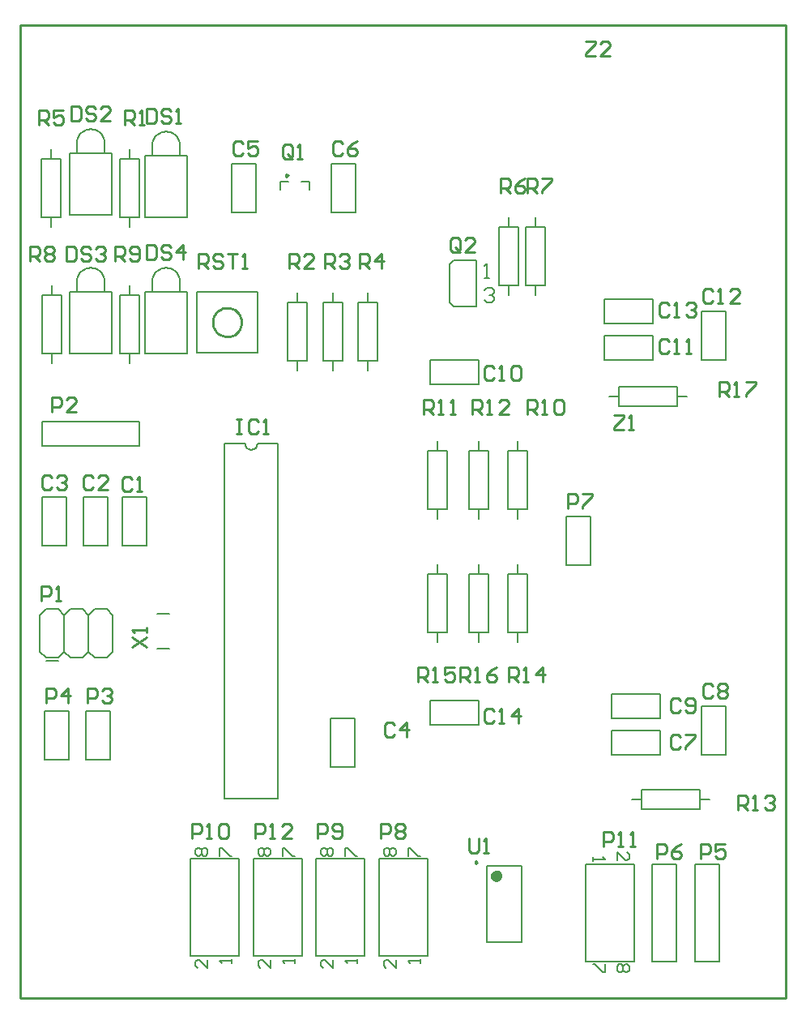
<source format=gto>
G04*
G04 #@! TF.GenerationSoftware,Altium Limited,Altium Designer,20.0.10 (225)*
G04*
G04 Layer_Color=65535*
%FSLAX24Y24*%
%MOIN*%
G70*
G01*
G75*
%ADD10C,0.0098*%
%ADD11C,0.0050*%
%ADD12C,0.0100*%
%ADD13C,0.0236*%
%ADD14C,0.0079*%
%ADD15C,0.0080*%
%ADD16C,0.0059*%
D10*
X11015Y33832D02*
X10941Y33874D01*
Y33789D01*
X11015Y33832D01*
X18799Y5591D02*
X18725Y5633D01*
Y5548D01*
X18799Y5591D01*
D11*
X6571Y35065D02*
X6562Y35164D01*
X6536Y35261D01*
X6494Y35351D01*
X6437Y35432D01*
X6367Y35503D01*
X6285Y35560D01*
X6195Y35602D01*
X6099Y35628D01*
X6000Y35636D01*
X5901Y35628D01*
X5805Y35602D01*
X5715Y35560D01*
X5633Y35503D01*
X5563Y35432D01*
X5506Y35351D01*
X5464Y35261D01*
X5438Y35164D01*
X5429Y35065D01*
X9250Y22800D02*
X9269Y22704D01*
X9323Y22623D01*
X9404Y22569D01*
X9500Y22550D01*
X9596Y22569D01*
X9677Y22623D01*
X9731Y22704D01*
X9750Y22800D01*
X3471Y35165D02*
X3462Y35264D01*
X3436Y35361D01*
X3394Y35451D01*
X3337Y35532D01*
X3267Y35603D01*
X3185Y35660D01*
X3095Y35702D01*
X2999Y35728D01*
X2900Y35736D01*
X2801Y35728D01*
X2705Y35702D01*
X2615Y35660D01*
X2533Y35603D01*
X2463Y35532D01*
X2406Y35451D01*
X2364Y35361D01*
X2338Y35264D01*
X2329Y35165D01*
X6571Y29465D02*
X6562Y29564D01*
X6536Y29661D01*
X6494Y29751D01*
X6437Y29832D01*
X6367Y29903D01*
X6285Y29960D01*
X6195Y30002D01*
X6099Y30028D01*
X6000Y30036D01*
X5901Y30028D01*
X5805Y30002D01*
X5715Y29960D01*
X5633Y29903D01*
X5563Y29832D01*
X5506Y29751D01*
X5464Y29661D01*
X5438Y29564D01*
X5429Y29465D01*
X3471D02*
X3462Y29564D01*
X3436Y29661D01*
X3394Y29751D01*
X3337Y29832D01*
X3267Y29903D01*
X3185Y29960D01*
X3095Y30002D01*
X2999Y30028D01*
X2900Y30036D01*
X2801Y30028D01*
X2705Y30002D01*
X2615Y29960D01*
X2533Y29903D01*
X2463Y29832D01*
X2406Y29751D01*
X2364Y29661D01*
X2338Y29564D01*
X2329Y29465D01*
X5134Y32113D02*
X6866D01*
X5134D02*
Y34632D01*
X6866D01*
Y32113D02*
Y34632D01*
X5429D02*
Y35065D01*
X6571Y34632D02*
Y35065D01*
X8400Y8200D02*
X10600D01*
Y22800D01*
X9750D02*
X10600D01*
X8400Y8200D02*
Y22800D01*
X9250D01*
X2034Y32213D02*
X3766D01*
X2034D02*
Y34732D01*
X3766D01*
Y32213D02*
Y34732D01*
X2329D02*
Y35165D01*
X3471Y34732D02*
Y35165D01*
X5134Y26513D02*
X6866D01*
X5134D02*
Y29032D01*
X6866D01*
Y26513D02*
Y29032D01*
X5429D02*
Y29465D01*
X6571Y29032D02*
Y29465D01*
X2034Y26513D02*
X3766D01*
X2034D02*
Y29032D01*
X3766D01*
Y26513D02*
Y29032D01*
X2329D02*
Y29465D01*
X3471Y29032D02*
Y29465D01*
D12*
X9091Y27800D02*
X9082Y27900D01*
X9057Y27997D01*
X9016Y28088D01*
X8959Y28171D01*
X8890Y28243D01*
X8810Y28303D01*
X8720Y28348D01*
X8624Y28377D01*
X8525Y28390D01*
X8425Y28386D01*
X8327Y28365D01*
X8234Y28327D01*
X8149Y28275D01*
X8074Y28209D01*
X8011Y28131D01*
X7962Y28043D01*
X7929Y27949D01*
X7912Y27850D01*
Y27750D01*
X7929Y27651D01*
X7962Y27557D01*
X8011Y27469D01*
X8074Y27391D01*
X8149Y27325D01*
X8234Y27273D01*
X8327Y27235D01*
X8425Y27214D01*
X8525Y27210D01*
X8624Y27223D01*
X8720Y27252D01*
X8810Y27297D01*
X8890Y27357D01*
X8959Y27429D01*
X9016Y27512D01*
X9057Y27603D01*
X9082Y27700D01*
X9091Y27800D01*
X23250Y39350D02*
X23650D01*
Y39250D01*
X23250Y38850D01*
Y38750D01*
X23650D01*
X24250D02*
X23850D01*
X24250Y39150D01*
Y39250D01*
X24150Y39350D01*
X23950D01*
X23850Y39250D01*
X24416Y23985D02*
X24816D01*
Y23885D01*
X24416Y23485D01*
Y23385D01*
X24816D01*
X25016D02*
X25216D01*
X25116D01*
Y23985D01*
X25016Y23885D01*
X4600Y14449D02*
X5200Y14849D01*
X4600D02*
X5200Y14449D01*
Y15049D02*
Y15249D01*
Y15149D01*
X4600D01*
X4700Y15049D01*
X18466Y6593D02*
Y6093D01*
X18566Y5993D01*
X18766D01*
X18866Y6093D01*
Y6593D01*
X19066Y5993D02*
X19266D01*
X19166D01*
Y6593D01*
X19066Y6493D01*
X7325Y30015D02*
Y30615D01*
X7625D01*
X7725Y30515D01*
Y30315D01*
X7625Y30215D01*
X7325D01*
X7525D02*
X7725Y30015D01*
X8325Y30515D02*
X8225Y30615D01*
X8025D01*
X7925Y30515D01*
Y30415D01*
X8025Y30315D01*
X8225D01*
X8325Y30215D01*
Y30115D01*
X8225Y30015D01*
X8025D01*
X7925Y30115D01*
X8525Y30615D02*
X8924D01*
X8725D01*
Y30015D01*
X9124D02*
X9324D01*
X9224D01*
Y30615D01*
X9124Y30515D01*
X28774Y24750D02*
Y25350D01*
X29074D01*
X29173Y25250D01*
Y25050D01*
X29074Y24950D01*
X28774D01*
X28974D02*
X29173Y24750D01*
X29373D02*
X29573D01*
X29473D01*
Y25350D01*
X29373Y25250D01*
X29873Y25350D02*
X30273D01*
Y25250D01*
X29873Y24850D01*
Y24750D01*
X18100Y13000D02*
Y13600D01*
X18400D01*
X18500Y13500D01*
Y13300D01*
X18400Y13200D01*
X18100D01*
X18300D02*
X18500Y13000D01*
X18700D02*
X18900D01*
X18800D01*
Y13600D01*
X18700Y13500D01*
X19600Y13600D02*
X19400Y13500D01*
X19200Y13300D01*
Y13100D01*
X19300Y13000D01*
X19500D01*
X19600Y13100D01*
Y13200D01*
X19500Y13300D01*
X19200D01*
X16350Y13000D02*
Y13600D01*
X16650D01*
X16750Y13500D01*
Y13300D01*
X16650Y13200D01*
X16350D01*
X16550D02*
X16750Y13000D01*
X16950D02*
X17150D01*
X17050D01*
Y13600D01*
X16950Y13500D01*
X17850Y13600D02*
X17450D01*
Y13300D01*
X17650Y13400D01*
X17750D01*
X17850Y13300D01*
Y13100D01*
X17750Y13000D01*
X17550D01*
X17450Y13100D01*
X20100Y13000D02*
Y13600D01*
X20400D01*
X20500Y13500D01*
Y13300D01*
X20400Y13200D01*
X20100D01*
X20300D02*
X20500Y13000D01*
X20700D02*
X20900D01*
X20800D01*
Y13600D01*
X20700Y13500D01*
X21500Y13000D02*
Y13600D01*
X21200Y13300D01*
X21600D01*
X29524Y7750D02*
Y8350D01*
X29824D01*
X29923Y8250D01*
Y8050D01*
X29824Y7950D01*
X29524D01*
X29724D02*
X29923Y7750D01*
X30123D02*
X30323D01*
X30223D01*
Y8350D01*
X30123Y8250D01*
X30623D02*
X30723Y8350D01*
X30923D01*
X31023Y8250D01*
Y8150D01*
X30923Y8050D01*
X30823D01*
X30923D01*
X31023Y7950D01*
Y7850D01*
X30923Y7750D01*
X30723D01*
X30623Y7850D01*
X18600Y24000D02*
Y24600D01*
X18900D01*
X19000Y24500D01*
Y24300D01*
X18900Y24200D01*
X18600D01*
X18800D02*
X19000Y24000D01*
X19200D02*
X19400D01*
X19300D01*
Y24600D01*
X19200Y24500D01*
X20100Y24000D02*
X19700D01*
X20100Y24400D01*
Y24500D01*
X20000Y24600D01*
X19800D01*
X19700Y24500D01*
X16600Y24000D02*
Y24600D01*
X16900D01*
X17000Y24500D01*
Y24300D01*
X16900Y24200D01*
X16600D01*
X16800D02*
X17000Y24000D01*
X17200D02*
X17400D01*
X17300D01*
Y24600D01*
X17200Y24500D01*
X17700Y24000D02*
X17900D01*
X17800D01*
Y24600D01*
X17700Y24500D01*
X20850Y24000D02*
Y24600D01*
X21150D01*
X21250Y24500D01*
Y24300D01*
X21150Y24200D01*
X20850D01*
X21050D02*
X21250Y24000D01*
X21450D02*
X21650D01*
X21550D01*
Y24600D01*
X21450Y24500D01*
X21950D02*
X22050Y24600D01*
X22250D01*
X22350Y24500D01*
Y24100D01*
X22250Y24000D01*
X22050D01*
X21950Y24100D01*
Y24500D01*
X3900Y30300D02*
Y30900D01*
X4200D01*
X4300Y30800D01*
Y30600D01*
X4200Y30500D01*
X3900D01*
X4100D02*
X4300Y30300D01*
X4500Y30400D02*
X4600Y30300D01*
X4800D01*
X4900Y30400D01*
Y30800D01*
X4800Y30900D01*
X4600D01*
X4500Y30800D01*
Y30700D01*
X4600Y30600D01*
X4900D01*
X400Y30300D02*
Y30900D01*
X700D01*
X800Y30800D01*
Y30600D01*
X700Y30500D01*
X400D01*
X600D02*
X800Y30300D01*
X1000Y30800D02*
X1100Y30900D01*
X1300D01*
X1400Y30800D01*
Y30700D01*
X1300Y30600D01*
X1400Y30500D01*
Y30400D01*
X1300Y30300D01*
X1100D01*
X1000Y30400D01*
Y30500D01*
X1100Y30600D01*
X1000Y30700D01*
Y30800D01*
X1100Y30600D02*
X1300D01*
X20865Y33115D02*
Y33715D01*
X21165D01*
X21265Y33615D01*
Y33415D01*
X21165Y33315D01*
X20865D01*
X21065D02*
X21265Y33115D01*
X21465Y33715D02*
X21865D01*
Y33615D01*
X21465Y33215D01*
Y33115D01*
X19765D02*
Y33715D01*
X20065D01*
X20165Y33615D01*
Y33415D01*
X20065Y33315D01*
X19765D01*
X19965D02*
X20165Y33115D01*
X20765Y33715D02*
X20565Y33615D01*
X20365Y33415D01*
Y33215D01*
X20465Y33115D01*
X20665D01*
X20765Y33215D01*
Y33315D01*
X20665Y33415D01*
X20365D01*
X750Y35900D02*
Y36500D01*
X1050D01*
X1150Y36400D01*
Y36200D01*
X1050Y36100D01*
X750D01*
X950D02*
X1150Y35900D01*
X1750Y36500D02*
X1350D01*
Y36200D01*
X1550Y36300D01*
X1650D01*
X1750Y36200D01*
Y36000D01*
X1650Y35900D01*
X1450D01*
X1350Y36000D01*
X13965Y30015D02*
Y30615D01*
X14265D01*
X14365Y30515D01*
Y30315D01*
X14265Y30215D01*
X13965D01*
X14165D02*
X14365Y30015D01*
X14865D02*
Y30615D01*
X14565Y30315D01*
X14965D01*
X12515Y30015D02*
Y30615D01*
X12815D01*
X12915Y30515D01*
Y30315D01*
X12815Y30215D01*
X12515D01*
X12715D02*
X12915Y30015D01*
X13115Y30515D02*
X13215Y30615D01*
X13415D01*
X13515Y30515D01*
Y30415D01*
X13415Y30315D01*
X13315D01*
X13415D01*
X13515Y30215D01*
Y30115D01*
X13415Y30015D01*
X13215D01*
X13115Y30115D01*
X11065Y30015D02*
Y30615D01*
X11365D01*
X11465Y30515D01*
Y30315D01*
X11365Y30215D01*
X11065D01*
X11265D02*
X11465Y30015D01*
X12065D02*
X11665D01*
X12065Y30415D01*
Y30515D01*
X11965Y30615D01*
X11765D01*
X11665Y30515D01*
X4300Y35900D02*
Y36500D01*
X4600D01*
X4700Y36400D01*
Y36200D01*
X4600Y36100D01*
X4300D01*
X4500D02*
X4700Y35900D01*
X4900D02*
X5100D01*
X5000D01*
Y36500D01*
X4900Y36400D01*
X18105Y30785D02*
Y31185D01*
X18005Y31285D01*
X17805D01*
X17705Y31185D01*
Y30785D01*
X17805Y30685D01*
X18005D01*
X17905Y30885D02*
X18105Y30685D01*
X18005D02*
X18105Y30785D01*
X18705Y30685D02*
X18305D01*
X18705Y31085D01*
Y31185D01*
X18605Y31285D01*
X18405D01*
X18305Y31185D01*
X11200Y34600D02*
Y35000D01*
X11100Y35100D01*
X10900D01*
X10800Y35000D01*
Y34600D01*
X10900Y34500D01*
X11100D01*
X11000Y34700D02*
X11200Y34500D01*
X11100D02*
X11200Y34600D01*
X11400Y34500D02*
X11600D01*
X11500D01*
Y35100D01*
X11400Y35000D01*
X9648Y6565D02*
Y7165D01*
X9948D01*
X10048Y7065D01*
Y6865D01*
X9948Y6765D01*
X9648D01*
X10248Y6565D02*
X10448D01*
X10348D01*
Y7165D01*
X10248Y7065D01*
X11148Y6565D02*
X10748D01*
X11148Y6965D01*
Y7065D01*
X11048Y7165D01*
X10848D01*
X10748Y7065D01*
X24000Y6250D02*
Y6850D01*
X24300D01*
X24400Y6750D01*
Y6550D01*
X24300Y6450D01*
X24000D01*
X24600Y6250D02*
X24800D01*
X24700D01*
Y6850D01*
X24600Y6750D01*
X25100Y6250D02*
X25300D01*
X25200D01*
Y6850D01*
X25100Y6750D01*
X7065Y6565D02*
Y7165D01*
X7365D01*
X7465Y7065D01*
Y6865D01*
X7365Y6765D01*
X7065D01*
X7665Y6565D02*
X7865D01*
X7765D01*
Y7165D01*
X7665Y7065D01*
X8165D02*
X8265Y7165D01*
X8465D01*
X8565Y7065D01*
Y6665D01*
X8465Y6565D01*
X8265D01*
X8165Y6665D01*
Y7065D01*
X12232Y6565D02*
Y7165D01*
X12532D01*
X12632Y7065D01*
Y6865D01*
X12532Y6765D01*
X12232D01*
X12831Y6665D02*
X12931Y6565D01*
X13131D01*
X13231Y6665D01*
Y7065D01*
X13131Y7165D01*
X12931D01*
X12831Y7065D01*
Y6965D01*
X12931Y6865D01*
X13231D01*
X14815Y6565D02*
Y7165D01*
X15115D01*
X15215Y7065D01*
Y6865D01*
X15115Y6765D01*
X14815D01*
X15415Y7065D02*
X15515Y7165D01*
X15715D01*
X15815Y7065D01*
Y6965D01*
X15715Y6865D01*
X15815Y6765D01*
Y6665D01*
X15715Y6565D01*
X15515D01*
X15415Y6665D01*
Y6765D01*
X15515Y6865D01*
X15415Y6965D01*
Y7065D01*
X15515Y6865D02*
X15715D01*
X22515Y20135D02*
Y20735D01*
X22815D01*
X22915Y20635D01*
Y20435D01*
X22815Y20335D01*
X22515D01*
X23115Y20735D02*
X23515D01*
Y20635D01*
X23115Y20235D01*
Y20135D01*
X26179Y5756D02*
Y6356D01*
X26479D01*
X26579Y6256D01*
Y6056D01*
X26479Y5956D01*
X26179D01*
X27179Y6356D02*
X26979Y6256D01*
X26779Y6056D01*
Y5856D01*
X26879Y5756D01*
X27079D01*
X27179Y5856D01*
Y5956D01*
X27079Y6056D01*
X26779D01*
X28000Y5756D02*
Y6356D01*
X28300D01*
X28400Y6256D01*
Y6056D01*
X28300Y5956D01*
X28000D01*
X29000Y6356D02*
X28600D01*
Y6056D01*
X28800Y6156D01*
X28900D01*
X29000Y6056D01*
Y5856D01*
X28900Y5756D01*
X28700D01*
X28600Y5856D01*
X1065Y12135D02*
Y12735D01*
X1365D01*
X1465Y12635D01*
Y12435D01*
X1365Y12335D01*
X1065D01*
X1965Y12135D02*
Y12735D01*
X1665Y12435D01*
X2065D01*
X2765Y12135D02*
Y12735D01*
X3065D01*
X3165Y12635D01*
Y12435D01*
X3065Y12335D01*
X2765D01*
X3365Y12635D02*
X3465Y12735D01*
X3665D01*
X3765Y12635D01*
Y12535D01*
X3665Y12435D01*
X3565D01*
X3665D01*
X3765Y12335D01*
Y12235D01*
X3665Y12135D01*
X3465D01*
X3365Y12235D01*
X1300Y24100D02*
Y24700D01*
X1600D01*
X1700Y24600D01*
Y24400D01*
X1600Y24300D01*
X1300D01*
X2300Y24100D02*
X1900D01*
X2300Y24500D01*
Y24600D01*
X2200Y24700D01*
X2000D01*
X1900Y24600D01*
X865Y16345D02*
Y16945D01*
X1165D01*
X1265Y16845D01*
Y16645D01*
X1165Y16545D01*
X865D01*
X1465Y16345D02*
X1665D01*
X1565D01*
Y16945D01*
X1465Y16845D01*
X8900Y23800D02*
X9100D01*
X9000D01*
Y23200D01*
X8900D01*
X9100D01*
X9800Y23700D02*
X9700Y23800D01*
X9500D01*
X9400Y23700D01*
Y23300D01*
X9500Y23200D01*
X9700D01*
X9800Y23300D01*
X10000Y23200D02*
X10200D01*
X10100D01*
Y23800D01*
X10000Y23700D01*
X5205Y30965D02*
Y30365D01*
X5505D01*
X5605Y30465D01*
Y30865D01*
X5505Y30965D01*
X5205D01*
X6205Y30865D02*
X6105Y30965D01*
X5905D01*
X5805Y30865D01*
Y30765D01*
X5905Y30665D01*
X6105D01*
X6205Y30565D01*
Y30465D01*
X6105Y30365D01*
X5905D01*
X5805Y30465D01*
X6705Y30365D02*
Y30965D01*
X6405Y30665D01*
X6804D01*
X1900Y30900D02*
Y30300D01*
X2200D01*
X2300Y30400D01*
Y30800D01*
X2200Y30900D01*
X1900D01*
X2900Y30800D02*
X2800Y30900D01*
X2600D01*
X2500Y30800D01*
Y30700D01*
X2600Y30600D01*
X2800D01*
X2900Y30500D01*
Y30400D01*
X2800Y30300D01*
X2600D01*
X2500Y30400D01*
X3100Y30800D02*
X3200Y30900D01*
X3400D01*
X3499Y30800D01*
Y30700D01*
X3400Y30600D01*
X3300D01*
X3400D01*
X3499Y30500D01*
Y30400D01*
X3400Y30300D01*
X3200D01*
X3100Y30400D01*
X2105Y36665D02*
Y36065D01*
X2405D01*
X2505Y36165D01*
Y36565D01*
X2405Y36665D01*
X2105D01*
X3105Y36565D02*
X3005Y36665D01*
X2805D01*
X2705Y36565D01*
Y36465D01*
X2805Y36365D01*
X3005D01*
X3105Y36265D01*
Y36165D01*
X3005Y36065D01*
X2805D01*
X2705Y36165D01*
X3704Y36065D02*
X3305D01*
X3704Y36465D01*
Y36565D01*
X3605Y36665D01*
X3405D01*
X3305Y36565D01*
X5205Y36565D02*
Y35965D01*
X5505D01*
X5605Y36065D01*
Y36465D01*
X5505Y36565D01*
X5205D01*
X6205Y36465D02*
X6105Y36565D01*
X5905D01*
X5805Y36465D01*
Y36365D01*
X5905Y36265D01*
X6105D01*
X6205Y36165D01*
Y36065D01*
X6105Y35965D01*
X5905D01*
X5805Y36065D01*
X6405Y35965D02*
X6605D01*
X6505D01*
Y36565D01*
X6405Y36465D01*
X19500Y11800D02*
X19400Y11900D01*
X19200D01*
X19100Y11800D01*
Y11400D01*
X19200Y11300D01*
X19400D01*
X19500Y11400D01*
X19700Y11300D02*
X19900D01*
X19800D01*
Y11900D01*
X19700Y11800D01*
X20500Y11300D02*
Y11900D01*
X20200Y11600D01*
X20600D01*
X26697Y28500D02*
X26597Y28600D01*
X26397D01*
X26297Y28500D01*
Y28100D01*
X26397Y28000D01*
X26597D01*
X26697Y28100D01*
X26897Y28000D02*
X27097D01*
X26997D01*
Y28600D01*
X26897Y28500D01*
X27397D02*
X27497Y28600D01*
X27697D01*
X27797Y28500D01*
Y28400D01*
X27697Y28300D01*
X27597D01*
X27697D01*
X27797Y28200D01*
Y28100D01*
X27697Y28000D01*
X27497D01*
X27397Y28100D01*
X28488Y29085D02*
X28389Y29185D01*
X28189D01*
X28089Y29085D01*
Y28685D01*
X28189Y28585D01*
X28389D01*
X28488Y28685D01*
X28688Y28585D02*
X28888D01*
X28788D01*
Y29185D01*
X28688Y29085D01*
X29588Y28585D02*
X29188D01*
X29588Y28985D01*
Y29085D01*
X29488Y29185D01*
X29288D01*
X29188Y29085D01*
X26697Y27000D02*
X26597Y27100D01*
X26397D01*
X26297Y27000D01*
Y26600D01*
X26397Y26500D01*
X26597D01*
X26697Y26600D01*
X26897Y26500D02*
X27097D01*
X26997D01*
Y27100D01*
X26897Y27000D01*
X27397Y26500D02*
X27597D01*
X27497D01*
Y27100D01*
X27397Y27000D01*
X19500Y25900D02*
X19400Y26000D01*
X19200D01*
X19100Y25900D01*
Y25500D01*
X19200Y25400D01*
X19400D01*
X19500Y25500D01*
X19700Y25400D02*
X19900D01*
X19800D01*
Y26000D01*
X19700Y25900D01*
X20200D02*
X20300Y26000D01*
X20500D01*
X20600Y25900D01*
Y25500D01*
X20500Y25400D01*
X20300D01*
X20200Y25500D01*
Y25900D01*
X27173Y12250D02*
X27074Y12350D01*
X26874D01*
X26774Y12250D01*
Y11850D01*
X26874Y11750D01*
X27074D01*
X27173Y11850D01*
X27373D02*
X27473Y11750D01*
X27673D01*
X27773Y11850D01*
Y12250D01*
X27673Y12350D01*
X27473D01*
X27373Y12250D01*
Y12150D01*
X27473Y12050D01*
X27773D01*
X28488Y12835D02*
X28389Y12935D01*
X28189D01*
X28089Y12835D01*
Y12435D01*
X28189Y12335D01*
X28389D01*
X28488Y12435D01*
X28688Y12835D02*
X28788Y12935D01*
X28988D01*
X29088Y12835D01*
Y12735D01*
X28988Y12635D01*
X29088Y12535D01*
Y12435D01*
X28988Y12335D01*
X28788D01*
X28688Y12435D01*
Y12535D01*
X28788Y12635D01*
X28688Y12735D01*
Y12835D01*
X28788Y12635D02*
X28988D01*
X27173Y10750D02*
X27074Y10850D01*
X26874D01*
X26774Y10750D01*
Y10350D01*
X26874Y10250D01*
X27074D01*
X27173Y10350D01*
X27373Y10850D02*
X27773D01*
Y10750D01*
X27373Y10350D01*
Y10250D01*
X13265Y35135D02*
X13165Y35235D01*
X12965D01*
X12865Y35135D01*
Y34735D01*
X12965Y34635D01*
X13165D01*
X13265Y34735D01*
X13865Y35235D02*
X13665Y35135D01*
X13465Y34935D01*
Y34735D01*
X13565Y34635D01*
X13765D01*
X13865Y34735D01*
Y34835D01*
X13765Y34935D01*
X13465D01*
X9165Y35135D02*
X9065Y35235D01*
X8865D01*
X8765Y35135D01*
Y34735D01*
X8865Y34635D01*
X9065D01*
X9165Y34735D01*
X9765Y35235D02*
X9365D01*
Y34935D01*
X9565Y35035D01*
X9665D01*
X9765Y34935D01*
Y34735D01*
X9665Y34635D01*
X9465D01*
X9365Y34735D01*
X15400Y11250D02*
X15300Y11350D01*
X15100D01*
X15000Y11250D01*
Y10850D01*
X15100Y10750D01*
X15300D01*
X15400Y10850D01*
X15900Y10750D02*
Y11350D01*
X15600Y11050D01*
X16000D01*
X1300Y21400D02*
X1200Y21500D01*
X1000D01*
X900Y21400D01*
Y21000D01*
X1000Y20900D01*
X1200D01*
X1300Y21000D01*
X1500Y21400D02*
X1600Y21500D01*
X1800D01*
X1900Y21400D01*
Y21300D01*
X1800Y21200D01*
X1700D01*
X1800D01*
X1900Y21100D01*
Y21000D01*
X1800Y20900D01*
X1600D01*
X1500Y21000D01*
X3000Y21400D02*
X2900Y21500D01*
X2700D01*
X2600Y21400D01*
Y21000D01*
X2700Y20900D01*
X2900D01*
X3000Y21000D01*
X3600Y20900D02*
X3200D01*
X3600Y21300D01*
Y21400D01*
X3500Y21500D01*
X3300D01*
X3200Y21400D01*
X4600Y21350D02*
X4500Y21450D01*
X4300D01*
X4200Y21350D01*
Y20950D01*
X4300Y20850D01*
X4500D01*
X4600Y20950D01*
X4800Y20850D02*
X5000D01*
X4900D01*
Y21450D01*
X4800Y21350D01*
X0Y0D02*
Y40000D01*
X31500D01*
X31500Y0D01*
X0D02*
X31500D01*
D13*
X19695Y5039D02*
X19650Y5132D01*
X19550Y5155D01*
X19470Y5091D01*
Y4988D01*
X19550Y4924D01*
X19650Y4947D01*
X19695Y5039D01*
D14*
X2700Y11800D02*
X3700D01*
Y9800D02*
Y11800D01*
X2700Y9800D02*
X3700D01*
X2700D02*
Y11800D01*
X11576Y33576D02*
X11891D01*
Y33261D02*
Y33576D01*
X10709D02*
X11024D01*
X10709Y33261D02*
Y33576D01*
X12800Y32300D02*
Y34300D01*
Y32300D02*
X13800D01*
Y34300D01*
X12800D02*
X13800D01*
X8700Y32300D02*
Y34300D01*
Y32300D02*
X9700D01*
Y34300D01*
X8700D02*
X9700D01*
X1000Y11800D02*
X2000D01*
Y9800D02*
Y11800D01*
X1000Y9800D02*
X2000D01*
X1000D02*
Y11800D01*
X4100Y34500D02*
X4900D01*
Y32100D02*
Y34500D01*
X4100Y32100D02*
X4900D01*
X4100D02*
Y34500D01*
X4500D02*
Y34900D01*
Y31700D02*
Y32100D01*
X13900Y26200D02*
X14700D01*
X13900D02*
Y28600D01*
X14700D01*
Y26200D02*
Y28600D01*
X14300Y25800D02*
Y26200D01*
Y28600D02*
Y29000D01*
X12450Y26200D02*
X13250D01*
X12450D02*
Y28600D01*
X13250D01*
Y26200D02*
Y28600D01*
X12850Y25800D02*
Y26200D01*
Y28600D02*
Y29000D01*
X27750Y5506D02*
X28750D01*
Y1506D02*
Y5506D01*
X27750Y1506D02*
Y5506D01*
Y1506D02*
X28750D01*
X19700Y29300D02*
X20500D01*
X19700D02*
Y31700D01*
X20500D01*
Y29300D02*
Y31700D01*
X20100Y28900D02*
Y29300D01*
Y31700D02*
Y32100D01*
X17645Y28624D02*
X17818Y28451D01*
X17645Y30176D02*
X17818Y30349D01*
Y30345D02*
X18755D01*
X17818Y28455D02*
X18755D01*
X17645Y28624D02*
Y30176D01*
X18755Y28455D02*
Y30345D01*
X26000Y5506D02*
X27000D01*
Y1506D02*
Y5506D01*
X26000Y1506D02*
Y5506D01*
Y1506D02*
X27000D01*
X20800Y29300D02*
X21600D01*
X20800D02*
Y31700D01*
X21600D01*
Y29300D02*
Y31700D01*
X21200Y28900D02*
Y29300D01*
Y31700D02*
Y32100D01*
X11000Y26200D02*
X11800D01*
X11000D02*
Y28600D01*
X11800D01*
Y26200D02*
Y28600D01*
X11400Y25800D02*
Y26200D01*
Y28600D02*
Y29000D01*
X9744Y26556D02*
Y29040D01*
X7260D02*
X9744D01*
X7260Y26556D02*
Y29040D01*
Y26556D02*
X9744D01*
X850Y32100D02*
X1650D01*
X850D02*
Y34500D01*
X1650D01*
Y32100D02*
Y34500D01*
X1250Y31700D02*
Y32100D01*
Y34500D02*
Y34900D01*
X13750Y9500D02*
Y11500D01*
X12750D02*
X13750D01*
X12750Y9500D02*
Y11500D01*
Y9500D02*
X13750D01*
X4100Y26500D02*
X4900D01*
X4100D02*
Y28900D01*
X4900D01*
Y26500D02*
Y28900D01*
X4500Y26100D02*
Y26500D01*
Y28900D02*
Y29300D01*
X900Y26500D02*
X1700D01*
X900D02*
Y28900D01*
X1700D01*
Y26500D02*
Y28900D01*
X1300Y26100D02*
Y26500D01*
Y28900D02*
Y29300D01*
X1900Y18600D02*
Y20600D01*
X900D02*
X1900D01*
X900Y18600D02*
Y20600D01*
Y18600D02*
X1900D01*
X3600D02*
Y20600D01*
X2600D02*
X3600D01*
X2600Y18600D02*
Y20600D01*
Y18600D02*
X3600D01*
X5200D02*
Y20600D01*
X4200D02*
X5200D01*
X4200Y18600D02*
Y20600D01*
Y18600D02*
X5200D01*
X19183Y2323D02*
X20640D01*
X19183Y5433D02*
X20640D01*
Y2323D02*
Y5433D01*
X19183Y2323D02*
Y5433D01*
X4900Y22700D02*
Y23700D01*
X900Y22700D02*
X4900D01*
X900Y23700D02*
X4900D01*
X900Y22700D02*
Y23700D01*
X28024Y26250D02*
Y28250D01*
Y26250D02*
X29024D01*
Y28250D01*
X28024D02*
X29024D01*
X28024Y10000D02*
Y12000D01*
Y10000D02*
X29024D01*
Y12000D01*
X28024D02*
X29024D01*
X24637Y24350D02*
Y25150D01*
X27037D01*
Y24350D02*
Y25150D01*
X24637Y24350D02*
X27037D01*
X24237Y24750D02*
X24637D01*
X27037D02*
X27437D01*
X25574Y7766D02*
Y8566D01*
X27974D01*
Y7766D02*
Y8566D01*
X25574Y7766D02*
X27974D01*
X25174Y8166D02*
X25574D01*
X27974D02*
X28374D01*
X24024Y28750D02*
X26024D01*
X24024Y27750D02*
Y28750D01*
Y27750D02*
X26024D01*
Y28750D01*
X24024Y27250D02*
X26024D01*
X24024Y26250D02*
Y27250D01*
Y26250D02*
X26024D01*
Y27250D01*
X24337Y12500D02*
X26337D01*
X24337Y11500D02*
Y12500D01*
Y11500D02*
X26337D01*
Y12500D01*
X24337Y11000D02*
X26337D01*
X24337Y10000D02*
Y11000D01*
Y10000D02*
X26337D01*
Y11000D01*
X18450Y15050D02*
X19250D01*
X18450D02*
Y17450D01*
X19250D01*
Y15050D02*
Y17450D01*
X18850Y14650D02*
Y15050D01*
Y17450D02*
Y17850D01*
X20050Y17450D02*
X20850D01*
Y15050D02*
Y17450D01*
X20050Y15050D02*
X20850D01*
X20050D02*
Y17450D01*
X20450D02*
Y17850D01*
Y14650D02*
Y15050D01*
X18450Y22500D02*
X19250D01*
Y20100D02*
Y22500D01*
X18450Y20100D02*
X19250D01*
X18450D02*
Y22500D01*
X18850D02*
Y22900D01*
Y19700D02*
Y20100D01*
X20050D02*
X20850D01*
X20050D02*
Y22500D01*
X20850D01*
Y20100D02*
Y22500D01*
X20450Y19700D02*
Y20100D01*
Y22500D02*
Y22900D01*
X16750Y17450D02*
X17550D01*
Y15050D02*
Y17450D01*
X16750Y15050D02*
X17550D01*
X16750D02*
Y17450D01*
X17150D02*
Y17850D01*
Y14650D02*
Y15050D01*
X16750Y20100D02*
X17550D01*
X16750D02*
Y22500D01*
X17550D01*
Y20100D02*
Y22500D01*
X17150Y19700D02*
Y20100D01*
Y22500D02*
Y22900D01*
X16850Y12250D02*
X18850D01*
X16850Y11250D02*
Y12250D01*
Y11250D02*
X18850D01*
Y12250D01*
X16850Y26250D02*
X18850D01*
X16850Y25250D02*
Y26250D01*
Y25250D02*
X18850D01*
Y26250D01*
X22450Y19800D02*
X23450D01*
Y17800D02*
Y19800D01*
X22450Y17800D02*
X23450D01*
X22450D02*
Y19800D01*
X23250Y1506D02*
Y5506D01*
X25250Y1506D02*
Y5506D01*
X23250D02*
X25250D01*
X23250Y1506D02*
X25250D01*
X16750Y1750D02*
Y5750D01*
X14750Y1750D02*
Y5750D01*
Y1750D02*
X16750D01*
X14750Y5750D02*
X16750D01*
X11583Y1750D02*
Y5750D01*
X9583Y1750D02*
Y5750D01*
Y1750D02*
X11583D01*
X9583Y5750D02*
X11583D01*
X14167Y1750D02*
Y5750D01*
X12167Y1750D02*
Y5750D01*
Y1750D02*
X14167D01*
X12167Y5750D02*
X14167D01*
X9000Y1750D02*
Y5750D01*
X7000Y1750D02*
Y5750D01*
Y1750D02*
X9000D01*
X7000Y5750D02*
X9000D01*
D15*
X800Y14250D02*
X1050Y14000D01*
X1550D02*
X1800Y14250D01*
X2050Y14000D01*
X2550D02*
X2800Y14250D01*
X3050Y14000D01*
X3550D02*
X3800Y14250D01*
X800D02*
Y15750D01*
X1050Y16000D01*
X1550D01*
X1800Y15750D01*
X2050Y16000D01*
X2550D01*
X2800Y15750D01*
X3050Y16000D01*
X3550D01*
X3800Y15750D01*
X1800Y14250D02*
Y15750D01*
X2800Y14250D02*
Y15750D01*
X3800Y14250D02*
Y15750D01*
X3050Y14000D02*
X3550D01*
X2050D02*
X2550D01*
X1050D02*
X1550D01*
X1050Y13868D02*
X1550D01*
X5615Y15810D02*
X6131D01*
X5615Y14391D02*
X6131D01*
X24550Y5673D02*
Y6006D01*
X24883Y5673D01*
X24967D01*
X25050Y5756D01*
Y5923D01*
X24967Y6006D01*
X23550Y5806D02*
Y5639D01*
Y5723D01*
X24050D01*
X23967Y5806D01*
X24050Y1406D02*
Y1073D01*
X23967D01*
X23633Y1406D01*
X23550D01*
X24967D02*
X25050Y1323D01*
Y1156D01*
X24967Y1073D01*
X24883D01*
X24800Y1156D01*
X24717Y1073D01*
X24633D01*
X24550Y1156D01*
Y1323D01*
X24633Y1406D01*
X24717D01*
X24800Y1323D01*
X24883Y1406D01*
X24967D01*
X24800Y1323D02*
Y1156D01*
X15450Y1583D02*
Y1250D01*
X15117Y1583D01*
X15033D01*
X14950Y1500D01*
Y1333D01*
X15033Y1250D01*
X16450Y1450D02*
Y1617D01*
Y1533D01*
X15950D01*
X16033Y1450D01*
X15950Y5850D02*
Y6183D01*
X16033D01*
X16367Y5850D01*
X16450D01*
X15033D02*
X14950Y5933D01*
Y6100D01*
X15033Y6183D01*
X15117D01*
X15200Y6100D01*
X15283Y6183D01*
X15367D01*
X15450Y6100D01*
Y5933D01*
X15367Y5850D01*
X15283D01*
X15200Y5933D01*
X15117Y5850D01*
X15033D01*
X15200Y5933D02*
Y6100D01*
X10283Y1583D02*
Y1250D01*
X9950Y1583D01*
X9867D01*
X9783Y1500D01*
Y1333D01*
X9867Y1250D01*
X11283Y1450D02*
Y1617D01*
Y1533D01*
X10783D01*
X10867Y1450D01*
X10783Y5850D02*
Y6183D01*
X10867D01*
X11200Y5850D01*
X11283D01*
X9867D02*
X9783Y5933D01*
Y6100D01*
X9867Y6183D01*
X9950D01*
X10033Y6100D01*
X10117Y6183D01*
X10200D01*
X10283Y6100D01*
Y5933D01*
X10200Y5850D01*
X10117D01*
X10033Y5933D01*
X9950Y5850D01*
X9867D01*
X10033Y5933D02*
Y6100D01*
X12867Y1583D02*
Y1250D01*
X12533Y1583D01*
X12450D01*
X12367Y1500D01*
Y1333D01*
X12450Y1250D01*
X13867Y1450D02*
Y1617D01*
Y1533D01*
X13367D01*
X13450Y1450D01*
X13367Y5850D02*
Y6183D01*
X13450D01*
X13783Y5850D01*
X13867D01*
X12450D02*
X12367Y5933D01*
Y6100D01*
X12450Y6183D01*
X12533D01*
X12617Y6100D01*
X12700Y6183D01*
X12783D01*
X12867Y6100D01*
Y5933D01*
X12783Y5850D01*
X12700D01*
X12617Y5933D01*
X12533Y5850D01*
X12450D01*
X12617Y5933D02*
Y6100D01*
X7700Y1583D02*
Y1250D01*
X7367Y1583D01*
X7283D01*
X7200Y1500D01*
Y1333D01*
X7283Y1250D01*
X8700Y1450D02*
Y1617D01*
Y1533D01*
X8200D01*
X8283Y1450D01*
X8200Y5850D02*
Y6183D01*
X8283D01*
X8617Y5850D01*
X8700D01*
X7283D02*
X7200Y5933D01*
Y6100D01*
X7283Y6183D01*
X7367D01*
X7450Y6100D01*
X7533Y6183D01*
X7617D01*
X7700Y6100D01*
Y5933D01*
X7617Y5850D01*
X7533D01*
X7450Y5933D01*
X7367Y5850D01*
X7283D01*
X7450Y5933D02*
Y6100D01*
D16*
X19096Y29618D02*
X19292D01*
X19194D01*
Y30209D01*
X19096Y30110D01*
Y29119D02*
X19194Y29218D01*
X19391D01*
X19489Y29119D01*
Y29021D01*
X19391Y28922D01*
X19292D01*
X19391D01*
X19489Y28824D01*
Y28726D01*
X19391Y28627D01*
X19194D01*
X19096Y28726D01*
M02*

</source>
